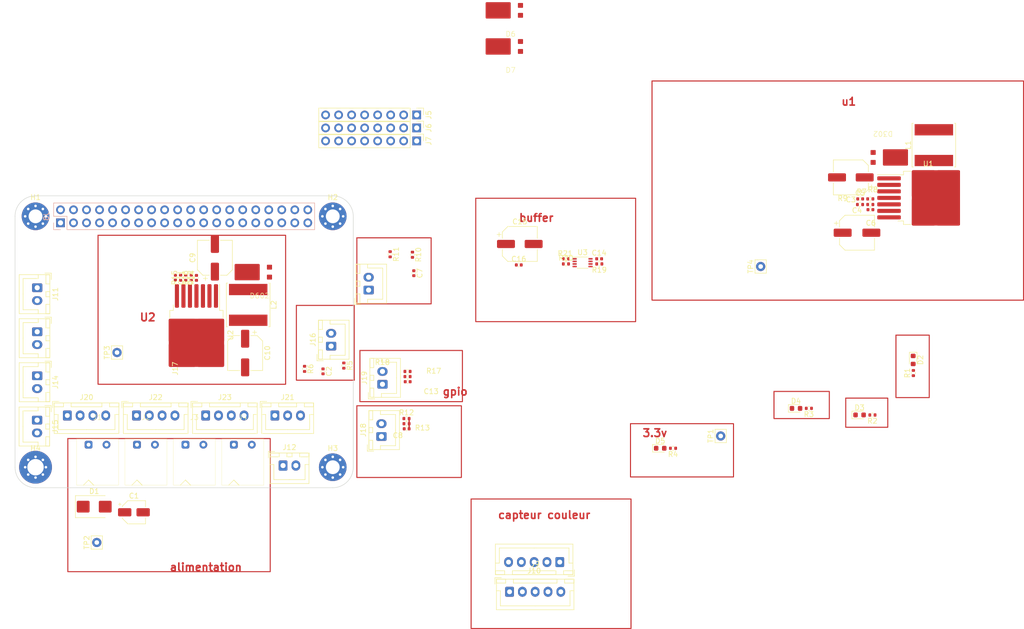
<source format=kicad_pcb>
(kicad_pcb (version 20221018) (generator pcbnew)
  (layers (0 "F.Cu" signal) (31 "B.Cu" signal) (34 "B.Paste" user) (35 "F.Paste" user) (36 "B.SilkS" user "B.Silkscreen") (37 "F.SilkS" user "F.Silkscreen") (38 "B.Mask" user) (39 "F.Mask" user) (44 "Edge.Cuts" user))
  (net 0 "")
  (net 1 "Vin")
  (net 2 "GND")
  (net 3 "/FDC_4")
  (net 4 "/FDC_2")
  (net 5 "/FDC_1")
  (net 6 "/FDC_3")
  (net 7 "Net-(C7-Pad1)")
  (net 8 "Net-(U1-FB)")
  (net 9 "7.4V")
  (net 10 "Net-(C11-Pad1)")
  (net 11 "Net-(U2-FB)")
  (net 12 "5.1V")
  (net 13 "+3.3V")
  (net 14 "Net-(D2-A)")
  (net 15 "Net-(D3-A)")
  (net 16 "Net-(D4-A)")
  (net 17 "Net-(D5-A)")
  (net 18 "Net-(D6-K)")
  (net 19 "Net-(D7-K)")
  (net 20 "Net-(J1-Pin_1)")
  (net 21 "/V_BAT")
  (net 22 "Net-(J3-Pin_2)")
  (net 23 "/GPIO2")
  (net 24 "/GPIO3")
  (net 25 "/Uart3_TX")
  (net 26 "/Uart1_TX")
  (net 27 "3V3")
  (net 28 "/Out_color_sensor")
  (net 29 "/S3_color_sensor")
  (net 30 "Net-(J16-Pin_2)")
  (net 31 "Net-(J17-Pin_2)")
  (net 32 "Net-(J18-Pin_2)")
  (net 33 "Net-(J19-Pin_2)")
  (net 34 "/Uart2_TX")
  (net 35 "/Uart2_RX")
  (net 36 "/Uart3_RX")
  (net 37 "/XL_320_connector_and_buffer/DXL_Data")
  (net 38 "/Uart4_TX")
  (net 39 "/Uart4_RX")
  (net 40 "14.4V")
  (net 41 "Net-(U1-Vc)")
  (net 42 "Net-(U2-Vc)")
  (net 43 "/UartTX_Enable")
  (net 46 "/Uart1_RX")
  (footprint "Resistor_SMD:R_0402_1005Metric" (layer "F.Cu") (at 130.36 100.6)
    (fp_text reference "R18")
    (fp_text value "2k2")
  )
  (footprint "Connector_JST:JST_XH_B2B-XH-A_1x02_P2.50mm_Vertical" (layer "F.Cu") (at 106.07 118.975)
    (fp_text reference "J12")
    (fp_text value "Conn_GPIO_unused")
  )
  (footprint "Connector_JST:JST_XH_B2B-XH-A_1x02_P2.50mm_Vertical" (layer "F.Cu") (at 58.07 110.1 -90)
    (fp_text reference "J15")
    (fp_text value "Conn_01x05")
  )
  (footprint "Resistor_SMD:R_0402_1005Metric" (layer "F.Cu") (at 86.07 82.29 90)
    (fp_text reference "R15")
    (fp_text value "2k2")
  )
  (footprint "Resistor_SMD:R_0402_1005Metric" (layer "F.Cu") (at 126.97 77.71 -90)
    (fp_text reference "R11")
    (fp_text value "100k")
  )
  (footprint "Connector_JST:JST_XH_B2B-XH-A_1x02_P2.50mm_Vertical" (layer "F.Cu") (at 115.445 95.65 90)
    (fp_text reference "J16")
    (fp_text value "Conn_FDC")
  )
  (footprint "LED_SMD:LED_0603_1608Metric" (layer "F.Cu") (at 218.57 109.0875)
    (fp_text reference "D3")
    (fp_text value "LED")
  )
  (footprint "Capacitor_SMD:CP_Elec_6.3x7.7" (layer "F.Cu") (at 216.87 62.7 180)
    (fp_text reference "C3")
    (fp_text value "100n")
  )
  (footprint "Connector_Pin:Pin_D0.9mm_L10.0mm_W2.4mm_FlatFork" (layer "F.Cu") (at 199.27 80.1 -90)
    (fp_text reference "TP4")
    (fp_text value "3V3")
  )
  (footprint "Capacitor_SMD:C_0402_1005Metric" (layer "F.Cu") (at 167.75 78.6)
    (fp_text reference "C14")
    (fp_text value "100n")
  )
  (footprint "Resistor_SMD:R_0402_1005Metric" (layer "F.Cu") (at 208.68 107.8 180)
    (fp_text reference "R3")
    (fp_text value "1k")
  )
  (footprint "Resistor_SMD:R_0402_1005Metric" (layer "F.Cu") (at 167.78 79.6 180)
    (fp_text reference "R19")
    (fp_text value "10k")
  )
  (footprint "LED_SMD:LED_0603_1608Metric" (layer "F.Cu") (at 179.67 115.6)
    (fp_text reference "D5")
    (fp_text value "LED")
  )
  (footprint "Connector_JST:JST_XH_B2B-XH-A_1x02_P2.50mm_Vertical" (layer "F.Cu") (at 58.095 92.85 -90)
    (fp_text reference "J13" hide)
    (fp_text value "Conn_3.3V")
  )
  (footprint "Inductor_SMD:L_Changjiang_FNR8065S" (layer "F.Cu") (at 233.07 56.4 90)
    (fp_text reference "L1")
    (fp_text value "22m")
  )
  (footprint "Capacitor_SMD:C_0402_1005Metric" (layer "F.Cu") (at 152.07 79.8)
    (fp_text reference "C16")
    (fp_text value "100n")
  )
  (footprint "Connector_JST:JST_XH_B4B-XH-A_1x04_P2.50mm_Vertical" (layer "F.Cu") (at 77.47 109.2)
    (fp_text reference "J22")
    (fp_text value "Conn_XL320")
  )
  (footprint "Capacitor_SMD:C_0402_1005Metric" (layer "F.Cu") (at 130.19 111.8 180)
    (fp_text reference "C8")
    (fp_text value "10n")
  )
  (footprint "Connector_JST:JST_XH_B2B-XH-A_1x02_P2.50mm_Vertical" (layer "F.Cu") (at 125.47 103.1 90)
    (fp_text reference "J19")
    (fp_text value "Conn_FDC")
  )
  (footprint "Capacitor_SMD:C_0402_1005Metric" (layer "F.Cu") (at 85.07 82.28 -90)
    (fp_text reference "C11")
    (fp_text value "10n")
  )
  (footprint "Connector_PinHeader_2.54mm:PinHeader_1x08_P2.54mm_Vertical" (layer "F.Cu") (at 132.15 50.5 -90)
    (fp_text reference "J5")
    (fp_text value "Conn_RPI")
  )
  (footprint "LED_SMD:LED_0603_1608Metric" (layer "F.Cu") (at 229.03 98.35 -90)
    (fp_text reference "D2")
    (fp_text value "LED")
  )
  (footprint "Resistor_SMD:R_0402_1005Metric" (layer "F.Cu") (at 182.17 115.6 180)
    (fp_text reference "R4")
    (fp_text value "1k")
  )
  (footprint "Resistor_SMD:R_0402_1005Metric" (layer "F.Cu") (at 87.07 82.29 -90)
    (fp_text reference "R14")
    (fp_text value "2k87")
  )
  (footprint "Capacitor_SMD:C_0402_1005Metric" (layer "F.Cu") (at 130.39 102.6 180)
    (fp_text reference "C13")
    (fp_text value "47u")
  )
  (footprint "Package_SO:VSSOP-8_2.3x2mm_P0.5mm" (layer "F.Cu") (at 164.52 79.35)
    (fp_text reference "U3")
    (fp_text value "74LVC2G241")
  )
  (footprint "Capacitor_SMD:C_0402_1005Metric" (layer "F.Cu") (at 220.69 69)
    (fp_text reference "C6")
    (fp_text value "100u")
  )
  (footprint "Diode_SMD:D_SMB" (layer "F.Cu") (at 69.22 127)
    (fp_text reference "D1")
    (fp_text value "TVS 20.5V")
  )
  (footprint "Resistor_SMD:R_0402_1005Metric" (layer "F.Cu") (at 221.08 109.1 180)
    (fp_text reference "R2")
    (fp_text value "1k8")
  )
  (footprint "Resistor_SMD:R_0402_1005Metric" (layer "F.Cu") (at 220.66 68)
    (fp_text reference "R9")
    (fp_text value "100k")
  )
  (footprint "Package_TO_SOT_SMD:TO-263-7_TabPin4" (layer "F.Cu") (at 231.97 66.7)
    (fp_text reference "U1")
    (fp_text value "LT1076CR-PBF")
  )
  (footprint "custom:DST10100S" (layer "F.Cu") (at 150.5 30.08)
    (fp_text reference "D6")
    (fp_text value "D_Schottky")
  )
  (footprint "Capacitor_SMD:CP_Elec_6.3x5.4" (layer "F.Cu") (at 98.67 97 -90)
    (fp_text reference "C10")
    (fp_text value "100u")
  )
  (footprint "Resistor_SMD:R_0402_1005Metric" (layer "F.Cu") (at 117.93 99.45 -90)
    (fp_text reference "R5")
    (fp_text value "100k")
  )
  (footprint "Capacitor_SMD:CP_Elec_6.3x7.7" (layer "F.Cu") (at 92.77 78.4 90)
    (fp_text reference "C9")
    (fp_text value "47u")
  )
  (footprint "" (layer "F.Cu") (at 57.77 119.3)
    (fp_text reference "")
    (fp_text value "")
  )
  (footprint "custom:691322110002" (layer "F.Cu") (at 88.77 114.9)
    (fp_text reference "J3")
    (fp_text value "AU")
  )
  (footprint "Connector_Pin:Pin_D0.9mm_L10.0mm_W2.4mm_FlatFork" (layer "F.Cu") (at 69.72 134 -90)
    (fp_text reference "TP2")
    (fp_text value "5.1V")
  )
  (footprint "MountingHole:MountingHole_2.7mm_M2.5_Pad_Via" (layer "F.Cu") (at 57.77 70.3)
    (fp_text reference "H1")
    (fp_text value "MountingHole_Pad")
  )
  (footprint "MountingHole:MountingHole_2.7mm_M2.5_Pad_Via" (layer "F.Cu") (at 57.77 119.3)
    (fp_text reference "H4")
    (fp_text value "MountingHole_Pad")
  )
  (footprint "Connector_Pin:Pin_D0.9mm_L10.0mm_W2.4mm_FlatFork" (layer "F.Cu") (at 73.67 96.9 -90)
    (fp_text reference "TP3")
    (fp_text value "7.4V")
  )
  (footprint "Connector_JST:JST_XH_B2B-XH-A_1x02_P2.50mm_Vertical" (layer "F.Cu") (at 58.095 101.45 -90)
    (fp_text reference "J14")
    (fp_text value "Conn_01x05")
  )
  (footprint "Package_TO_SOT_SMD:TO-263-7_TabPin4" (layer "F.Cu") (at 89.17 93.5 -90)
    (fp_text reference "U2")
    (fp_text value "LT1076CR-PBF")
  )
  (footprint "Resistor_SMD:R_0402_1005Metric" (layer "F.Cu") (at 220.66 66.9 180)
    (fp_text reference "R8")
    (fp_text value "1k")
  )
  (footprint "Capacitor_SMD:C_0402_1005Metric" (layer "F.Cu") (at 131.59 81.41 -90)
    (fp_text reference "C7")
    (fp_text value "10n")
  )
  (footprint "Connector_JST:JST_XH_B4B-XH-A_1x04_P2.50mm_Vertical" (layer "F.Cu") (at 90.97 109.2)
    (fp_text reference "J23")
    (fp_text value "Conn_UART")
  )
  (footprint "Connector_Pin:Pin_D0.9mm_L10.0mm_W2.4mm_FlatFork" (layer "F.Cu") (at 191.47 113.2 -90)
    (fp_text reference "TP1")
    (fp_text value "TestPoint")
  )
  (footprint "custom:DST10100S" (layer "F.Cu") (at 150.5 37.13)
    (fp_text reference "D7")
    (fp_text value "D_Schottky")
  )
  (footprint "Connector_JST:JST_XH_B4B-XH-A_1x04_P2.50mm_Vertical" (layer "F.Cu") (at 63.97 109.2)
    (fp_text reference "J20")
    (fp_text value "Conn_UART")
  )
  (footprint "Resistor_SMD:R_0402_1005Metric" (layer "F.Cu") (at 131.32 77.8 -90)
    (fp_text reference "R10")
    (fp_text value "1k")
  )
  (footprint "Resistor_SMD:R_0402_1005Metric" (layer "F.Cu") (at 161.27 79.6)
    (fp_text reference "R20")
    (fp_text value "10k")
  )
  (footprint "Connector_JST:JST_XH_B5B-XH-A_1x05_P2.50mm_Vertical" (layer "F.Cu") (at 160.07 137.825 180)
    (fp_text reference "J10")
    (fp_text value "Conn_01x02")
  )
  (footprint "Connector_JST:JST_XH_B2B-XH-A_1x02_P2.50mm_Vertical" (layer "F.Cu") (at 125.27 113.3 90)
    (fp_text reference "J18")
    (fp_text value "Conn_FDC")
  )
  (footprint "Connector_PinHeader_2.54mm:PinHeader_1x08_P2.54mm_Vertical" (layer "F.Cu") (at 132.15 55.58 -90)
    (fp_text reference "J7")
    (fp_text value "Conn_Phidget_PS_Stepper_2")
  )
  (footprint "Resistor_SMD:R_0402_1005Metric" (layer "F.Cu") (at 218.66 68)
    (fp_text reference "R7")
    (fp_text value "100k")
  )
  (footprint "custom:691322110002" (layer "F.Cu") (at 69.87 114.9)
    (fp_text reference "J1")
    (fp_text value "Bat 2")
  )
  (footprint "Resistor_SMD:R_0402_1005Metric" (layer "F.Cu") (at 161.26 78.6 180)
    (fp_text reference "R21")
    (fp_text value "10k")
  )
  (footprint "Resistor_SMD:R_0402_1005Metric" (layer "F.Cu") (at 229.07 100.91 90)
    (fp_text reference "R1")
    (fp_text value "4k7")
  )
  (footprint "Inductor_SMD:L_Changjiang_FNR8065S" (layer "F.Cu") (at 99.27 87.6 -90)
    (fp_text reference "L2")
    (fp_text value "22m")
  )
  (footprint "Capacitor_SMD:CP_Elec_6.3x5.4" (layer "F.Cu") (at 218.07 73.5)
    (fp_text reference "C4")
    (fp_text value "100n")
  )
  (footprint "custom:DST10100S" (layer "F.Cu") (at 101.52 81.2)
    (fp_text reference "D602")
    (fp_text value "D_Schottky")
  )
  (footprint "Connector_JST:JST_XH_B5B-XH-A_1x05_P2.50mm_Vertical" (layer "F.Cu") (at 150.27 143.625)
    (fp_text reference "J9")
    (fp_text value "Conn_Phidget_PS_Stepper_4")
  )
  (footprint "Resistor_SMD:R_0402_1005Metric" (layer "F.Cu") (at 130.16 109.8)
    (fp_text reference "R12")
    (fp_text value "1k")
  )
  (footprint "MountingHole:MountingHole_2.7mm_M2.5_Pad_Via" (layer "F.Cu") (at 115.77 70.3)
    (fp_text reference "H2")
    (fp_text value "MountingHole_Pad")
  )
  (footprint "custom:691322110002" (layer "F.Cu") (at 79.32 114.9)
    (fp_text reference "J2")
    (fp_text value "Bat 1")
  )
  (footprint "Connector_PinHeader_2.54mm:PinHeader_1x08_P2.54mm_Vertical" (layer "F.Cu") (at 132.15 53.04 -90)
    (fp_text reference "J6")
    (fp_text value "Conn_Phidget_PS_Stepper_1")
  )
  (footprint "MountingHole:MountingHole_2.7mm_M2.5_Pad_Via" (layer "F.Cu") (at 115.77 119.3)
    (fp_text reference "H3")
    (fp_text value "MountingHole_Pad")
  )
  (footprint "Connector_JST:JST_XH_B2B-XH-A_1x02_P2.50mm_Vertical" (layer "F.Cu") (at 122.77 84.7 90)
    (fp_text reference "J17")
    (fp_text value "Conn_FDC")
  )
  (footprint "Resistor_SMD:R_0402_1005Metric" (layer "F.Cu") (at 130.36 101.6)
    (fp_text reference "R17")
    (fp_text value "2k87")
  )
  (footprint "custom:691322110002" (layer "F.Cu") (at 98.22 114.9)
    (fp_text reference "J4")
    (fp_text value "Switch")
  )
  (footprint "custom:DST10100S" (layer "F.Cu") (at 223.12 58.8 180)
    (fp_text reference "D302")
    (fp_text value "D_Schottky")
  )
  (footprint "Resistor_SMD:R_0402_1005Metric" (layer "F.Cu") (at 130.17 110.8 180)
    (fp_text reference "R13")
    (fp_text value "2.7k")
  )
  (footprint "Capacitor_SMD:CP_Elec_4x5.4" (layer "F.Cu") (at 76.97 128.1)
    (fp_text reference "C1")
    (fp_text value "10u")
  )
  (footprint "Capacitor_SMD:C_0402_1005Metric" (layer "F.Cu") (at 89.17 82.32 90)
    (fp_text reference "C12")
    (fp_text value "10n")
  )
  (footprint "Capacitor_SMD:C_0402_1005Metric" (layer "F.Cu") (at 218.69 66.9)
    (fp_text reference "C5")
    (fp_text value "100n")
  )
  (footprint "Resistor_SMD:R_0402_1005Metric" (layer "F.Cu") (at 110.27 100.09 -90)
    (fp_text reference "R6")
    (fp_text value "1k")
  )
  (footprint "LED_SMD:LED_0603_1608Metric" (layer "F.Cu") (at 206.17 107.8125)
    (fp_text reference "D4")
    (fp_text value "LED")
  )
  (footprint "Connector_JST:JST_XH_B3B-XH-A_1x03_P2.50mm_Vertical" (layer "F.Cu") (at 104.47 109.2)
    (fp_text reference "J21")
    (fp_text value "Conn_UART")
  )
  (footprint "Capacitor_SMD:C_0402_1005Metric" (layer "F.Cu") (at 113.87 100.58 -90)
    (fp_text reference "C2")
    (fp_text value "100n")
  )
  (footprint "Capacitor_SMD:CP_Elec_6.3x7.7" (layer "F.Cu") (at 152.27 75.7)
    (fp_text reference "C15")
    (fp_text value "100u")
  )
  (footprint "Resistor_SMD:R_0402_1005Metric" (layer "F.Cu") (at 88.17 82.3 90)
    (fp_text reference "R16")
    (fp_text value "2.7k")
  )
  (footprint "Connector_JST:JST_XH_B2B-XH-A_1x02_P2.50mm_Vertical" (layer "F.Cu") (at 58.095 84.25 -90)
    (fp_text reference "J11")
    (fp_text value "Conn_GND")
  )
  (footprint "Connector_PinSocket_2.54mm:PinSocket_2x20_P2.54mm_Vertical" (layer "B.Cu") (at 62.64 71.57 -90)
    (fp_text reference "J8")
    (fp_text value "Conn_Phidget_PS_Stepper_3")
  )
  (gr_rect (start 215.87 105.8) (end 224.07 111.5) (stroke (width 0.2)) (fill none) (layer "F.Cu"))
  (gr_rect (start 173.87 110.8) (end 193.97 121.2) (stroke (width 0.2)) (fill none) (layer "F.Cu"))
  (gr_rect (start 142.77 125.5) (end 173.97 150.8) (stroke (width 0.2)) (fill none) (layer "F.Cu"))
  (gr_rect (start 178.07 43.87) (end 250.57 86.67) (stroke (width 0.2)) (fill none) (layer "F.Cu"))
  (gr_rect (start 225.67 93.5) (end 232.17 105.7) (stroke (width 0.2)) (fill none) (layer "F.Cu"))
  (gr_rect (start 201.87 104.5) (end 212.67 109.8) (stroke (width 0.2)) (fill none) (layer "F.Cu"))
  (gr_rect (start 120.47 107.3) (end 140.87 121.3) (stroke (width 0.2)) (fill none) (layer "F.Cu"))
  (gr_rect (start 64.07 113.7) (end 103.57 139.7) (stroke (width 0.2)) (fill none) (layer "F.Cu"))
  (gr_rect (start 121.07 96.5) (end 141.07 106.5) (stroke (width 0.2)) (fill none) (layer "F.Cu"))
  (gr_rect (start 120.47 74.5) (end 134.97 87.4) (stroke (width 0.2)) (fill none) (layer "F.Cu"))
  (gr_rect (start 69.97 74) (end 106.57 103.1) (stroke (width 0.2)) (fill none) (layer "F.Cu"))
  (gr_rect (start 108.67 87.7) (end 119.97 102.3) (stroke (width 0.2)) (fill none) (layer "F.Cu"))
  (gr_rect (start 143.67 66.77) (end 174.87 90.87) (stroke (width 0.2)) (fill none) (layer "F.Cu"))
  (gr_line (start 53.77 119.3) (end 53.77 70.3) (stroke (width 0.1)) (layer "Edge.Cuts"))
  (gr_arc (start 115.77 66.3) (mid 118.598427 67.471573) (end 119.77 70.3) (stroke (width 0.1)) (layer "Edge.Cuts"))
  (gr_line (start 57.77 66.3) (end 115.77 66.3) (stroke (width 0.1)) (layer "Edge.Cuts"))
  (gr_arc (start 53.77 70.3) (mid 54.941573 67.471573) (end 57.77 66.3) (stroke (width 0.1)) (layer "Edge.Cuts"))
  (gr_arc (start 57.77 123.3) (mid 54.941573 122.128427) (end 53.77 119.3) (stroke (width 0.1)) (layer "Edge.Cuts"))
  (gr_line (start 119.77 70.3) (end 119.77 119.3) (stroke (width 0.1)) (layer "Edge.Cuts"))
  (gr_arc (start 119.77 119.3) (mid 118.598427 122.128427) (end 115.77 123.3) (stroke (width 0.1)) (layer "Edge.Cuts"))
  (gr_line (start 57.77 123.3) (end 115.77 123.3) (stroke (width 0.1)) (layer "Edge.Cuts"))
  (gr_text "u1\n" (at 214.87 48.77) (layer "F.Cu") (effects (font (size 1.5 1.5) (thickness 0.3) bold) (justify left bottom)))
  (gr_text "alimentation" (at 83.82 139.7) (layer "F.Cu") (effects (font (size 1.5 1.5) (thickness 0.3) bold) (justify left bottom)))
  (gr_text "gpio" (at 137.07 105.4) (layer "F.Cu") (effects (font (size 1.5 1.5) (thickness 0.3) bold) (justify left bottom)))
  (gr_text "U2\n" (at 77.97 90.9) (layer "F.Cu") (effects (font (size 1.5 1.5) (thickness 0.3) bold) (justify left bottom)))
  (gr_text "capteur couleur" (at 147.87 129.5) (layer "F.Cu") (effects (font (size 1.5 1.5) (thickness 0.3) bold) (justify left bottom)))
  (gr_text "3.3v\n" (at 176.07 113.5) (layer "F.Cu") (effects (font (size 1.5 1.5) (thickness 0.3) bold) (justify left bottom)))
  (gr_text "buffer" (at 151.97 71.47) (layer "F.Cu") (effects (font (size 1.5 1.5) (thickness 0.3) bold) (justify left bottom)))
  (segment (start 130.67 110.81) (end 130.68 110.8) (width 0.25) (layer "F.Cu") (net 0))
  (segment (start 130.67 110.79) (end 130.68 110.8) (width 0.25) (layer "F.Cu") (net 0))
  (segment (start 130.67 109.8) (end 130.67 110.79) (width 0.25) (layer "F.Cu") (net 0))
  (segment (start 130.67 111.8) (end 130.67 110.81) (width 0.25) (layer "F.Cu") (net 0))
)
</source>
